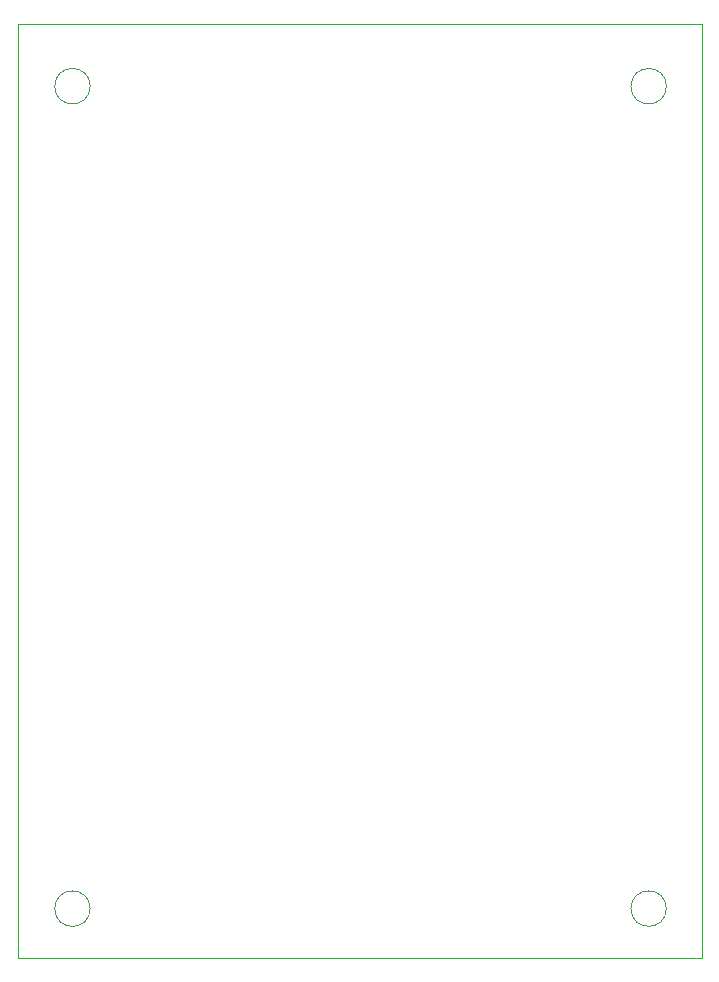
<source format=gbr>
%TF.GenerationSoftware,KiCad,Pcbnew,(7.0.0)*%
%TF.CreationDate,2023-04-02T16:15:30+02:00*%
%TF.ProjectId,QuinLED-ESP32-Breakout,5175696e-4c45-4442-9d45-535033322d42,rev?*%
%TF.SameCoordinates,Original*%
%TF.FileFunction,Profile,NP*%
%FSLAX46Y46*%
G04 Gerber Fmt 4.6, Leading zero omitted, Abs format (unit mm)*
G04 Created by KiCad (PCBNEW (7.0.0)) date 2023-04-02 16:15:30*
%MOMM*%
%LPD*%
G01*
G04 APERTURE LIST*
%TA.AperFunction,Profile*%
%ADD10C,0.100000*%
%TD*%
G04 APERTURE END LIST*
D10*
X170431860Y-48070646D02*
G75*
G03*
X170431860Y-48070646I-1500000J0D01*
G01*
X115513894Y-42812146D02*
X173410928Y-42812146D01*
X173410928Y-42812146D02*
X173410928Y-121886415D01*
X173410928Y-121886415D02*
X115513894Y-121886415D01*
X115513894Y-121886415D02*
X115513894Y-42812146D01*
X170431860Y-117704907D02*
G75*
G03*
X170431860Y-117704907I-1500000J0D01*
G01*
X121646764Y-117704907D02*
G75*
G03*
X121646764Y-117704907I-1500000J0D01*
G01*
X121646764Y-48070646D02*
G75*
G03*
X121646764Y-48070646I-1500000J0D01*
G01*
M02*

</source>
